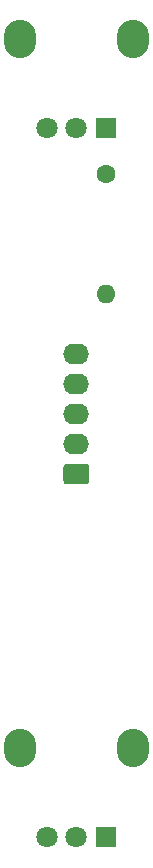
<source format=gbr>
%TF.GenerationSoftware,KiCad,Pcbnew,5.1.10-88a1d61d58~90~ubuntu20.10.1*%
%TF.CreationDate,2021-07-31T21:38:24+02:00*%
%TF.ProjectId,control,636f6e74-726f-46c2-9e6b-696361645f70,rev?*%
%TF.SameCoordinates,Original*%
%TF.FileFunction,Soldermask,Bot*%
%TF.FilePolarity,Negative*%
%FSLAX46Y46*%
G04 Gerber Fmt 4.6, Leading zero omitted, Abs format (unit mm)*
G04 Created by KiCad (PCBNEW 5.1.10-88a1d61d58~90~ubuntu20.10.1) date 2021-07-31 21:38:24*
%MOMM*%
%LPD*%
G01*
G04 APERTURE LIST*
%ADD10O,2.720000X3.240000*%
%ADD11C,1.800000*%
%ADD12R,1.800000X1.800000*%
%ADD13O,1.600000X1.600000*%
%ADD14C,1.600000*%
%ADD15O,2.190000X1.740000*%
G04 APERTURE END LIST*
D10*
%TO.C,RV2*%
X91300000Y-122500000D03*
X81700000Y-122500000D03*
D11*
X84000000Y-130000000D03*
X86500000Y-130000000D03*
D12*
X89000000Y-130000000D03*
%TD*%
D10*
%TO.C,RV1*%
X91300000Y-62500000D03*
X81700000Y-62500000D03*
D11*
X84000000Y-70000000D03*
X86500000Y-70000000D03*
D12*
X89000000Y-70000000D03*
%TD*%
D13*
%TO.C,R1*%
X89000000Y-84060000D03*
D14*
X89000000Y-73900000D03*
%TD*%
D15*
%TO.C,J1*%
X86500000Y-89140000D03*
X86500000Y-91680000D03*
X86500000Y-94220000D03*
X86500000Y-96760000D03*
G36*
G01*
X87345001Y-100170000D02*
X85654999Y-100170000D01*
G75*
G02*
X85405000Y-99920001I0J249999D01*
G01*
X85405000Y-98679999D01*
G75*
G02*
X85654999Y-98430000I249999J0D01*
G01*
X87345001Y-98430000D01*
G75*
G02*
X87595000Y-98679999I0J-249999D01*
G01*
X87595000Y-99920001D01*
G75*
G02*
X87345001Y-100170000I-249999J0D01*
G01*
G37*
%TD*%
M02*

</source>
